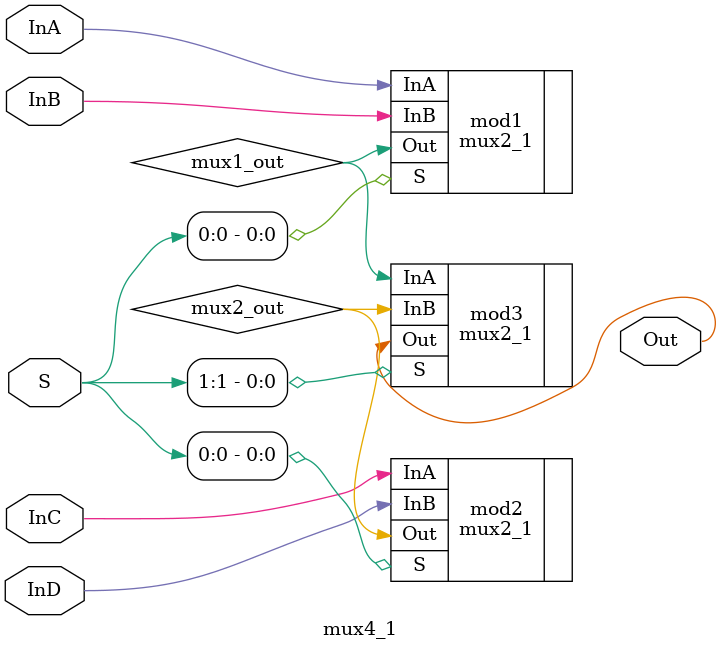
<source format=v>
module mux4_1(Out, InA, InB, InC, InD, S);
    input InA, InB, InC, InD;
    input [1:0] S;
    output Out;
    wire mux1_out, mux2_out;

    mux2_1 mod1(.InA(InA), .InB(InB), .S(S[0]), .Out(mux1_out));
    mux2_1 mod2(.InA(InC), .InB(InD), .S(S[0]), .Out(mux2_out));
    mux2_1 mod3(.InA(mux1_out), .InB(mux2_out), .S(S[1]), .Out(Out));

endmodule

</source>
